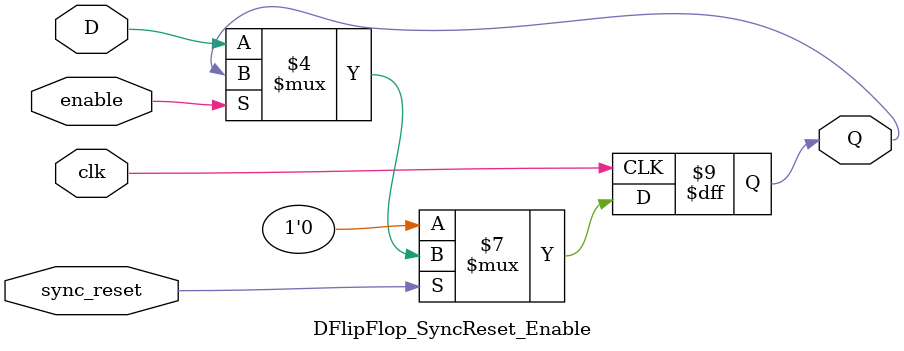
<source format=v>
module DFlipFlop_SyncReset_Enable(D,clk,sync_reset,enable,Q);

	input D; 
	input clk; 
	input sync_reset;
	input enable;
	output reg Q; 
	
	always @(posedge clk) begin
	
		if(!sync_reset) begin
			Q <= 1'b0; 
		end else if (!enable) begin
			Q <= D; 
		end
		
	end
	
endmodule 
</source>
